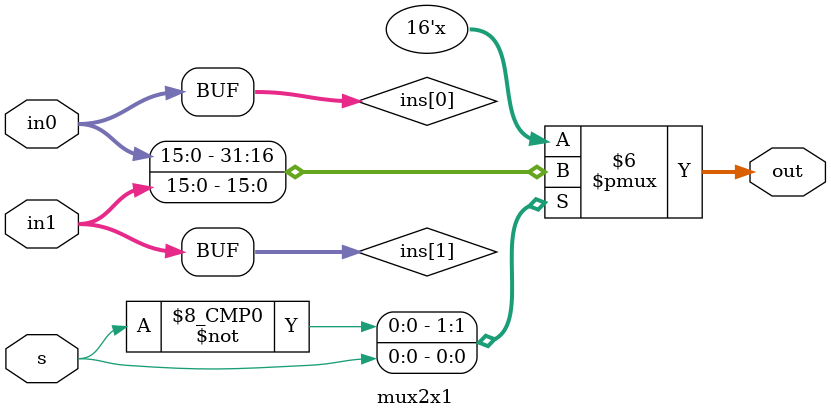
<source format=v>

module mux2x1 #
(
  parameter WIDTH = 16
)
(
  input [WIDTH-1:0] in0,
  input [WIDTH-1:0] in1,
  input [1-1:0] s,
  output [WIDTH-1:0] out
);

  wire [WIDTH-1:0] ins [0:2-1];
  assign ins[0] = in0;
  assign ins[1] = in1;
  assign out = ins[s];

endmodule

</source>
